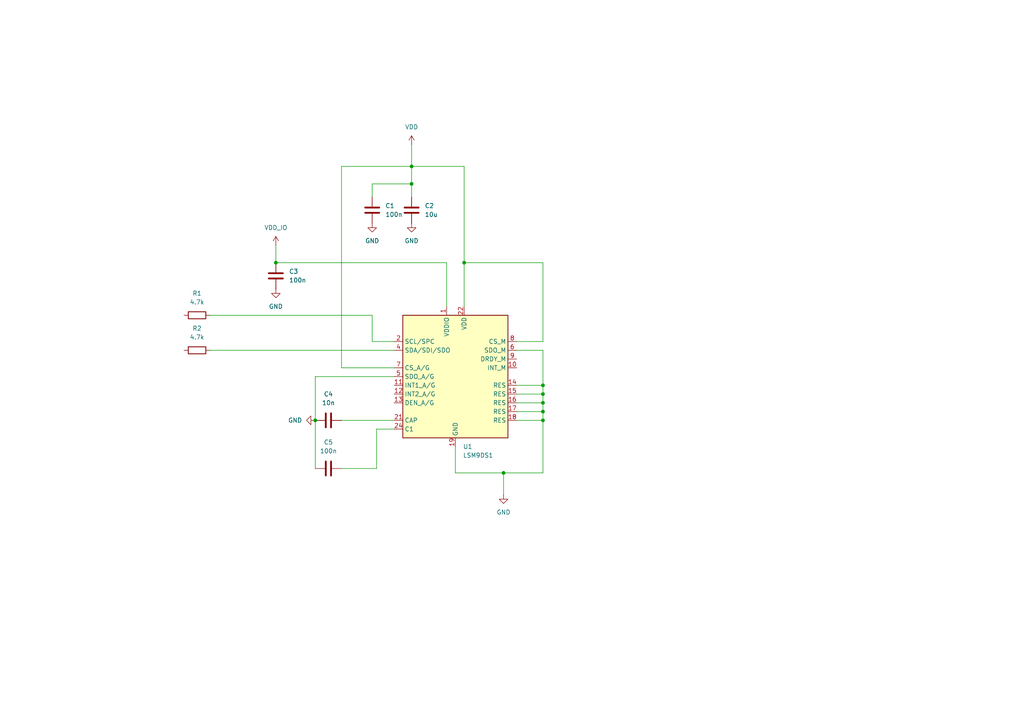
<source format=kicad_sch>
(kicad_sch (version 20231120) (generator "eeschema") (generator_version "8.0")
  (paper "A4")
  (lib_symbols
    (symbol "Device:C" (pin_numbers hide) (pin_names (offset 0.254))
      (property "Reference" "C" (at 0.635 2.54 0))
      (property "Value" "C" (at 0.635 -2.54 0))
      (symbol "C_0_1"
        (polyline (pts (xy -2.032 -0.762) (xy 2.032 -0.762)) (stroke (width 0.508)))
        (polyline (pts (xy -2.032 0.762) (xy 2.032 0.762)) (stroke (width 0.508)))
      )
      (symbol "C_1_1"
        (pin passive line (at 0 3.81 270) (length 2.794) (name "~") (number "1"))
        (pin passive line (at 0 -3.81 90) (length 2.794) (name "~") (number "2"))
      )
    )
    (symbol "Device:R" (pin_numbers hide) (pin_names (offset 0))
      (property "Reference" "R" (at 2.032 0 90))
      (property "Value" "R" (at 0 0 90))
      (symbol "R_0_1"
        (rectangle (start -1.016 -2.54) (end 1.016 2.54) (stroke (width 0.254)))
      )
      (symbol "R_1_1"
        (pin passive line (at 0 3.81 270) (length 1.27) (name "~") (number "1"))
        (pin passive line (at 0 -3.81 90) (length 1.27) (name "~") (number "2"))
      )
    )
    (symbol "Sensor_Motion:LSM9DS1"
      (property "Reference" "U" (at -15.24 21.59 0))
      (property "Value" "LSM9DS1" (at -15.24 19.05 0))
      (symbol "LSM9DS1_0_1"
        (rectangle (start -15.24 17.78) (end 15.24 -17.78) (stroke (width 0.254)) (fill (type background)))
      )
      (symbol "LSM9DS1_1_1"
        (pin power_in line (at -2.54 20.32 270) (length 2.54) (name "VDDIO") (number "1"))
        (pin output line (at 17.78 2.54 180) (length 2.54) (name "INT_M") (number "10"))
        (pin output line (at -17.78 -2.54 0) (length 2.54) (name "INT1_A/G") (number "11"))
        (pin output line (at -17.78 -5.08 0) (length 2.54) (name "INT2_A/G") (number "12"))
        (pin input line (at -17.78 -7.62 0) (length 2.54) (name "DEN_A/G") (number "13"))
        (pin bidirectional line (at 17.78 -2.54 180) (length 2.54) (name "RES") (number "14"))
        (pin bidirectional line (at 17.78 -5.08 180) (length 2.54) (name "RES") (number "15"))
        (pin bidirectional line (at 17.78 -7.62 180) (length 2.54) (name "RES") (number "16"))
        (pin bidirectional line (at 17.78 -10.16 180) (length 2.54) (name "RES") (number "17"))
        (pin bidirectional line (at 17.78 -12.7 180) (length 2.54) (name "RES") (number "18"))
        (pin power_in line (at 0 -20.32 90) (length 2.54) (name "GND") (number "19"))
        (pin input line (at -17.78 10.16 0) (length 2.54) (name "SCL/SPC") (number "2"))
        (pin passive line (at 0 -20.32 90) (length 2.54) hide (name "GND") (number "20"))
        (pin passive line (at -17.78 -12.7 0) (length 2.54) (name "CAP") (number "21"))
        (pin power_in line (at 2.54 20.32 270) (length 2.54) (name "VDD") (number "22"))
        (pin passive line (at 2.54 20.32 270) (length 2.54) hide (name "VDD") (number "23"))
        (pin passive line (at -17.78 -15.24 0) (length 2.54) (name "C1") (number "24"))
        (pin passive line (at -2.54 20.32 270) (length 2.54) hide (name "VDDIO") (number "3"))
        (pin bidirectional line (at -17.78 7.62 0) (length 2.54) (name "SDA/SDI/SDO") (number "4"))
        (pin output line (at -17.78 0 0) (length 2.54) (name "SDO_A/G") (number "5"))
        (pin output line (at 17.78 7.62 180) (length 2.54) (name "SDO_M") (number "6"))
        (pin input line (at -17.78 2.54 0) (length 2.54) (name "CS_A/G") (number "7"))
        (pin input line (at 17.78 10.16 180) (length 2.54) (name "CS_M") (number "8"))
        (pin output line (at 17.78 5.08 180) (length 2.54) (name "DRDY_M") (number "9"))
      )
    )
    (symbol "power:GND" (power) (pin_numbers hide) (pin_names (offset 0) hide)
      (property "Value" "GND" (at 0 -3.81 0))
      (symbol "GND_0_1"
        (polyline (pts (xy 0 0) (xy 0 -1.27) (xy 1.27 -1.27) (xy 0 -2.54) (xy -1.27 -1.27) (xy 0 -1.27)))
      )
      (symbol "GND_1_1"
        (pin power_in line (at 0 0 270) (length 0) (name "~") (number "1"))
      )
    )
    (symbol "power:VDD" (power) (pin_numbers hide) (pin_names (offset 0) hide)
      (property "Value" "VDD" (at 0 3.556 0))
      (symbol "VDD_0_1"
        (polyline (pts (xy -0.762 1.27) (xy 0 2.54)))
        (polyline (pts (xy 0 0) (xy 0 2.54)))
        (polyline (pts (xy 0 2.54) (xy 0.762 1.27)))
      )
      (symbol "VDD_1_1"
        (pin power_in line (at 0 0 90) (length 0) (name "~") (number "1"))
      )
    )
  )
  (junction (at 91.44 121.92))
  (junction (at 119.38 53.34))
  (junction (at 80.01 76.2))
  (junction (at 157.48 119.38))
  (junction (at 119.38 48.26))
  (junction (at 146.05 137.16))
  (junction (at 134.62 76.2))
  (junction (at 157.48 121.92))
  (junction (at 157.48 116.84))
  (junction (at 157.48 114.3))
  (junction (at 157.48 111.76))
  (wire (pts (xy 146.05 137.16) (xy 146.05 143.51)))
  (wire (pts (xy 157.48 111.76) (xy 157.48 114.3)))
  (wire (pts (xy 149.86 111.76) (xy 157.48 111.76)))
  (wire (pts (xy 91.44 109.22) (xy 91.44 121.92)))
  (wire (pts (xy 157.48 119.38) (xy 157.48 121.92)))
  (wire (pts (xy 157.48 121.92) (xy 157.48 137.16)))
  (wire (pts (xy 157.48 116.84) (xy 157.48 119.38)))
  (wire (pts (xy 119.38 48.26) (xy 119.38 53.34)))
  (wire (pts (xy 99.06 135.89) (xy 109.22 135.89)))
  (wire (pts (xy 149.86 99.06) (xy 157.48 99.06)))
  (wire (pts (xy 132.08 137.16) (xy 132.08 129.54)))
  (wire (pts (xy 99.06 106.68) (xy 114.3 106.68)))
  (wire (pts (xy 134.62 76.2) (xy 134.62 48.26)))
  (wire (pts (xy 157.48 76.2) (xy 134.62 76.2)))
  (wire (pts (xy 119.38 41.91) (xy 119.38 48.26)))
  (wire (pts (xy 119.38 48.26) (xy 99.06 48.26)))
  (wire (pts (xy 109.22 135.89) (xy 109.22 124.46)))
  (wire (pts (xy 149.86 101.6) (xy 157.48 101.6)))
  (wire (pts (xy 107.95 99.06) (xy 107.95 91.44)))
  (wire (pts (xy 134.62 88.9) (xy 134.62 76.2)))
  (wire (pts (xy 119.38 53.34) (xy 119.38 57.15)))
  (wire (pts (xy 149.86 119.38) (xy 157.48 119.38)))
  (wire (pts (xy 80.01 71.12) (xy 80.01 76.2)))
  (wire (pts (xy 99.06 48.26) (xy 99.06 106.68)))
  (wire (pts (xy 134.62 48.26) (xy 119.38 48.26)))
  (wire (pts (xy 149.86 116.84) (xy 157.48 116.84)))
  (wire (pts (xy 157.48 99.06) (xy 157.48 76.2)))
  (wire (pts (xy 91.44 109.22) (xy 114.3 109.22)))
  (wire (pts (xy 91.44 121.92) (xy 91.44 135.89)))
  (wire (pts (xy 119.38 53.34) (xy 107.95 53.34)))
  (wire (pts (xy 146.05 137.16) (xy 132.08 137.16)))
  (wire (pts (xy 157.48 101.6) (xy 157.48 111.76)))
  (wire (pts (xy 60.96 91.44) (xy 107.95 91.44)))
  (wire (pts (xy 109.22 124.46) (xy 114.3 124.46)))
  (wire (pts (xy 157.48 137.16) (xy 146.05 137.16)))
  (wire (pts (xy 157.48 114.3) (xy 157.48 116.84)))
  (wire (pts (xy 107.95 53.34) (xy 107.95 57.15)))
  (wire (pts (xy 129.54 76.2) (xy 129.54 88.9)))
  (wire (pts (xy 114.3 99.06) (xy 107.95 99.06)))
  (wire (pts (xy 149.86 121.92) (xy 157.48 121.92)))
  (wire (pts (xy 80.01 76.2) (xy 129.54 76.2)))
  (wire (pts (xy 99.06 121.92) (xy 114.3 121.92)))
  (wire (pts (xy 149.86 114.3) (xy 157.48 114.3)))
  (wire (pts (xy 60.96 101.6) (xy 114.3 101.6)))
  (symbol (lib_id "power:GND") (at 91.44 121.92 270) (unit 1)
    (property "Reference" "#PWR02" (effects (hide yes)))
    (property "Value" "GND" (at 87.63 121.9199 90) (effects (justify right)))
    (property "Description" "Power symbol creates a global label with name \"GND\" , ground" (effects (hide yes)))
  )
  (symbol (lib_id "Device:R") (at 57.15 101.6 90) (unit 1)
    (property "Reference" "R2" (at 57.15 95.25 90))
    (property "Value" "4.7k" (at 57.15 97.79 90))
    (property "Description" "Resistor" (effects (hide yes)))
  )
  (symbol (lib_id "power:VDD") (at 119.38 41.91 0) (unit 1)
    (property "Reference" "#PWR07" (effects (hide yes)))
    (property "Value" "VDD" (at 119.38 36.83 0))
    (property "Description" "Power symbol creates a global label with name \"VDD\"" (effects (hide yes)))
  )
  (symbol (lib_id "power:VDD") (at 80.01 71.12 0) (unit 1)
    (property "Reference" "#PWR08" (effects (hide yes)))
    (property "Value" "VDD_IO" (at 80.01 66.04 0))
    (property "Description" "Power symbol creates a global label with name \"VDD\"" (effects (hide yes)))
  )
  (symbol (lib_id "power:GND") (at 146.05 143.51 0) (unit 1)
    (property "Reference" "#PWR01" (effects (hide yes)))
    (property "Value" "GND" (at 146.05 148.59 0))
    (property "Description" "Power symbol creates a global label with name \"GND\" , ground" (effects (hide yes)))
  )
  (symbol (lib_id "Device:C") (at 80.01 80.01 0) (unit 1)
    (property "Reference" "C3" (at 83.82 78.7399 0) (effects (justify left)))
    (property "Value" "100n" (at 83.82 81.2799 0) (effects (justify left)))
    (property "Description" "Unpolarized capacitor" (effects (hide yes)))
  )
  (symbol (lib_id "Device:C") (at 107.95 60.96 0) (unit 1)
    (property "Reference" "C1" (at 111.76 59.6899 0) (effects (justify left)))
    (property "Value" "100n" (at 111.76 62.2299 0) (effects (justify left)))
    (property "Description" "Unpolarized capacitor" (effects (hide yes)))
  )
  (symbol (lib_id "Device:C") (at 119.38 60.96 0) (unit 1)
    (property "Reference" "C2" (at 123.19 59.6899 0) (effects (justify left)))
    (property "Value" "10u" (at 123.19 62.2299 0) (effects (justify left)))
    (property "Description" "Unpolarized capacitor" (effects (hide yes)))
  )
  (symbol (lib_id "Device:R") (at 57.15 91.44 90) (unit 1)
    (property "Reference" "R1" (at 57.15 85.09 90))
    (property "Value" "4.7k" (at 57.15 87.63 90))
    (property "Description" "Resistor" (effects (hide yes)))
  )
  (symbol (lib_id "power:GND") (at 107.95 64.77 0) (unit 1)
    (property "Reference" "#PWR05" (effects (hide yes)))
    (property "Value" "GND" (at 107.95 69.85 0))
    (property "Description" "Power symbol creates a global label with name \"GND\" , ground" (effects (hide yes)))
  )
  (symbol (lib_id "power:GND") (at 119.38 64.77 0) (unit 1)
    (property "Reference" "#PWR06" (effects (hide yes)))
    (property "Value" "GND" (at 119.38 69.85 0))
    (property "Description" "Power symbol creates a global label with name \"GND\" , ground" (effects (hide yes)))
  )
  (symbol (lib_id "Device:C") (at 95.25 121.92 90) (unit 1)
    (property "Reference" "C4" (at 95.25 114.3 90))
    (property "Value" "10n" (at 95.25 116.84 90))
    (property "Description" "Unpolarized capacitor" (effects (hide yes)))
  )
  (symbol (lib_id "power:GND") (at 80.01 83.82 0) (unit 1)
    (property "Reference" "#PWR04" (effects (hide yes)))
    (property "Value" "GND" (at 80.01 88.9 0))
    (property "Description" "Power symbol creates a global label with name \"GND\" , ground" (effects (hide yes)))
  )
  (symbol (lib_id "Sensor_Motion:LSM9DS1") (at 132.08 109.22 0) (unit 1)
    (property "Reference" "U1" (at 134.2741 129.54 0) (effects (justify left)))
    (property "Value" "LSM9DS1" (at 134.2741 132.08 0) (effects (justify left)))
    (property "Footprint" "Package_LGA:LGA-24L_3x3.5mm_P0.43mm" (effects (hide yes)))
    (property "Datasheet" "https://www.digikey.com/htmldatasheets/production/1639232/0/0/1/LSM9DS1-Datasheet.pdf" (effects (hide yes)))
    (property "Description" "I2C SPI 9 axis IMU accelerometer gyroscope magnetometer" (effects (hide yes)))
  )
  (symbol (lib_id "Device:C") (at 95.25 135.89 90) (unit 1)
    (property "Reference" "C5" (at 95.25 128.27 90))
    (property "Value" "100n" (at 95.25 130.81 90))
    (property "Description" "Unpolarized capacitor" (effects (hide yes)))
  )
)
</source>
